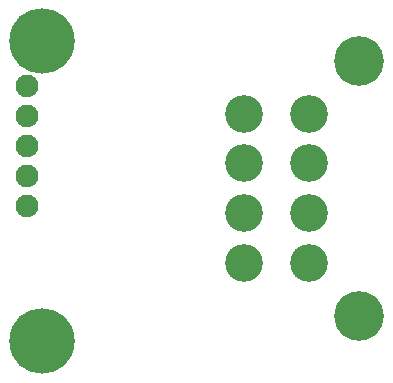
<source format=gbs>
%FSLAX25Y25*%
%MOIN*%
G70*
G01*
G75*
G04 Layer_Color=16711935*
%ADD10R,0.05315X0.04528*%
%ADD11R,0.03150X0.05906*%
%ADD12R,0.03937X0.03937*%
%ADD13R,0.03543X0.03937*%
%ADD14R,0.03150X0.01181*%
%ADD15R,0.07000X0.08500*%
%ADD16R,0.03937X0.03543*%
%ADD17R,0.03740X0.07480*%
%ADD18R,0.26772X0.27165*%
%ADD19R,0.03937X0.03937*%
%ADD20R,0.09449X0.12992*%
%ADD21R,0.09449X0.03937*%
%ADD22O,0.08268X0.02362*%
%ADD23R,0.06693X0.04134*%
%ADD24R,0.02165X0.04134*%
%ADD25R,0.01575X0.04921*%
%ADD26R,0.04528X0.05315*%
%ADD27C,0.01000*%
%ADD28C,0.01200*%
%ADD29C,0.01500*%
%ADD30C,0.03000*%
%ADD31C,0.02500*%
%ADD32C,0.02000*%
%ADD33C,0.07000*%
%ADD34C,0.21000*%
%ADD35C,0.11811*%
%ADD36C,0.15748*%
%ADD37C,0.03000*%
%ADD38C,0.06000*%
%ADD39R,0.06115X0.05328*%
%ADD40R,0.03950X0.06706*%
%ADD41R,0.04537X0.04537*%
%ADD42R,0.04343X0.04737*%
%ADD43R,0.03950X0.01981*%
%ADD44R,0.07800X0.09300*%
%ADD45R,0.04737X0.04343*%
%ADD46R,0.04540X0.08280*%
%ADD47R,0.27572X0.27965*%
%ADD48R,0.04537X0.04537*%
%ADD49R,0.10249X0.13792*%
%ADD50R,0.10249X0.04737*%
%ADD51O,0.09068X0.03162*%
%ADD52R,0.07493X0.04934*%
%ADD53R,0.02965X0.04934*%
%ADD54R,0.02375X0.05721*%
%ADD55R,0.05328X0.06115*%
%ADD56C,0.07600*%
%ADD57C,0.21800*%
%ADD58C,0.12611*%
%ADD59C,0.16548*%
D56*
X-5000Y45000D02*
D03*
Y85000D02*
D03*
Y65000D02*
D03*
Y75000D02*
D03*
Y55000D02*
D03*
D57*
X0Y0D02*
D03*
Y100000D02*
D03*
D58*
X67347Y75803D02*
D03*
Y59268D02*
D03*
Y42732D02*
D03*
X89000Y26197D02*
D03*
Y59268D02*
D03*
Y75803D02*
D03*
Y42732D02*
D03*
X67347Y26197D02*
D03*
D59*
X105535Y93520D02*
D03*
Y8480D02*
D03*
M02*

</source>
